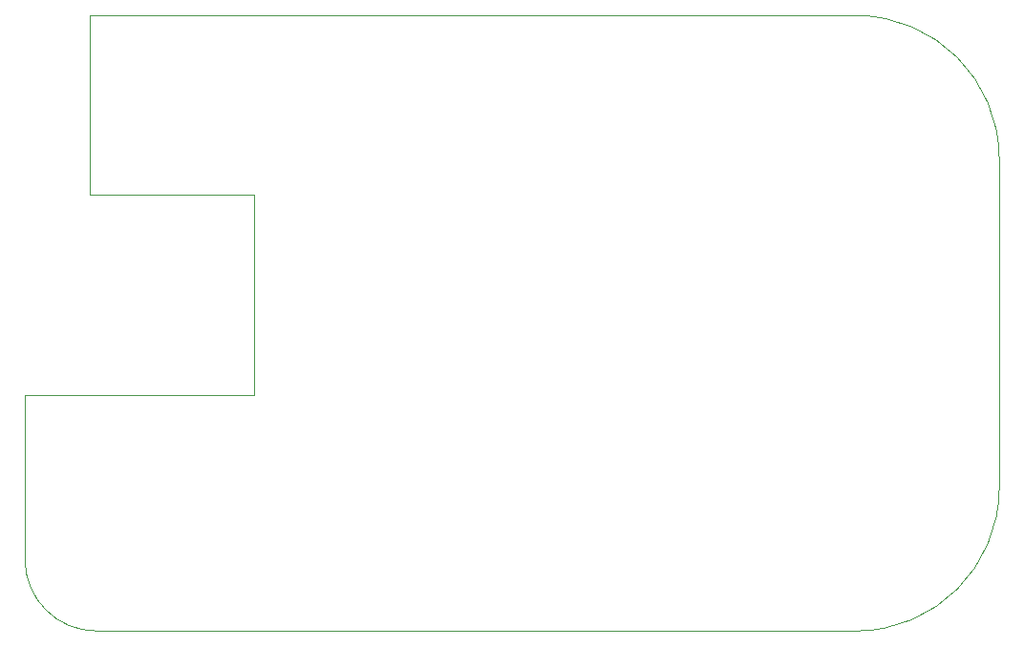
<source format=gbr>
G04 (created by PCBNEW (2013-07-07 BZR 4022)-stable) date 3/24/2015 4:40:49 PM*
%MOIN*%
G04 Gerber Fmt 3.4, Leading zero omitted, Abs format*
%FSLAX34Y34*%
G01*
G70*
G90*
G04 APERTURE LIST*
%ADD10C,0.00590551*%
%ADD11C,0.00393701*%
G04 APERTURE END LIST*
G54D10*
G54D11*
X68400Y-63100D02*
X94900Y-63100D01*
X65900Y-54850D02*
X65900Y-60600D01*
X73900Y-54850D02*
X65900Y-54850D01*
X73900Y-47850D02*
X73900Y-54850D01*
X68150Y-47850D02*
X73900Y-47850D01*
X68150Y-41600D02*
X68150Y-47850D01*
X94900Y-41600D02*
X68150Y-41600D01*
X99900Y-58100D02*
X99900Y-46600D01*
X94900Y-63100D02*
G75*
G03X99900Y-58100I0J5000D01*
G74*
G01*
X99900Y-46600D02*
G75*
G03X94900Y-41600I-5000J0D01*
G74*
G01*
X65900Y-60600D02*
G75*
G03X68400Y-63100I2500J0D01*
G74*
G01*
M02*

</source>
